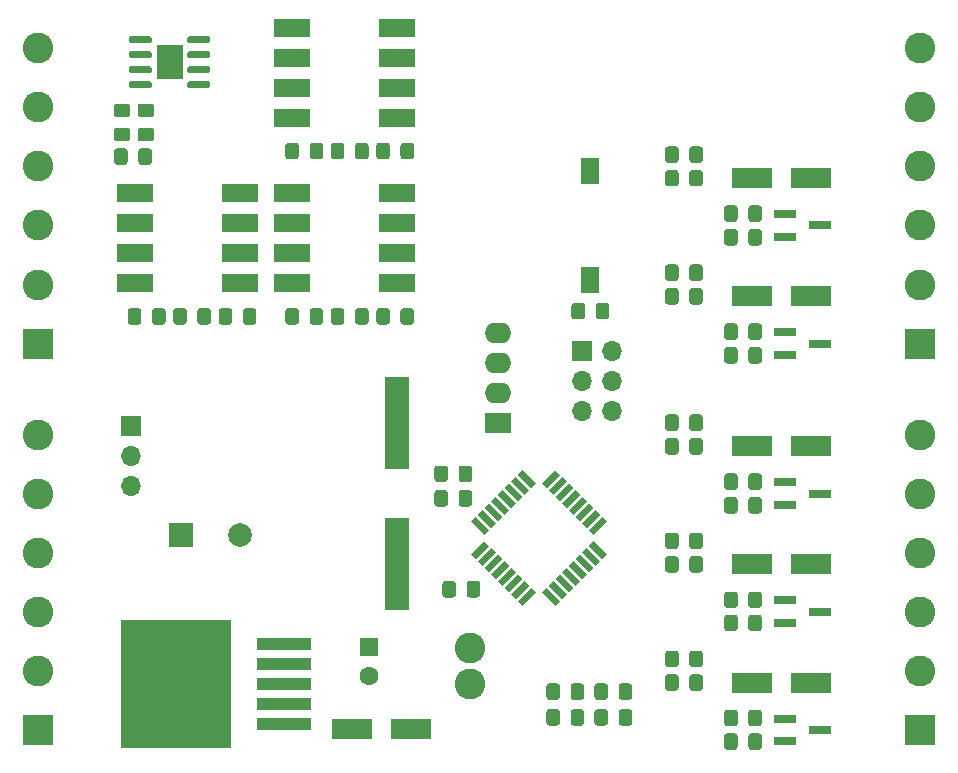
<source format=gbr>
%TF.GenerationSoftware,KiCad,Pcbnew,(5.1.8)-1*%
%TF.CreationDate,2021-05-16T23:23:04+02:00*%
%TF.ProjectId,Modbus,4d6f6462-7573-42e6-9b69-6361645f7063,rev?*%
%TF.SameCoordinates,Original*%
%TF.FileFunction,Soldermask,Top*%
%TF.FilePolarity,Negative*%
%FSLAX46Y46*%
G04 Gerber Fmt 4.6, Leading zero omitted, Abs format (unit mm)*
G04 Created by KiCad (PCBNEW (5.1.8)-1) date 2021-05-16 23:23:04*
%MOMM*%
%LPD*%
G01*
G04 APERTURE LIST*
%ADD10R,2.000000X2.000000*%
%ADD11C,2.000000*%
%ADD12R,1.600000X1.600000*%
%ADD13C,1.600000*%
%ADD14R,3.500000X1.800000*%
%ADD15C,2.600000*%
%ADD16R,2.600000X2.600000*%
%ADD17R,1.700000X1.700000*%
%ADD18O,1.700000X1.700000*%
%ADD19O,2.250000X1.750000*%
%ADD20R,2.250000X1.750000*%
%ADD21R,1.900000X0.800000*%
%ADD22R,1.600000X2.180000*%
%ADD23R,3.100000X1.600000*%
%ADD24R,2.290000X3.000000*%
%ADD25C,0.100000*%
%ADD26R,4.600000X1.100000*%
%ADD27R,9.400000X10.800000*%
%ADD28R,2.000000X7.875000*%
G04 APERTURE END LIST*
%TO.C,C1*%
G36*
G01*
X135725000Y-108649999D02*
X135725000Y-109550001D01*
G75*
G02*
X135475001Y-109800000I-249999J0D01*
G01*
X134824999Y-109800000D01*
G75*
G02*
X134575000Y-109550001I0J249999D01*
G01*
X134575000Y-108649999D01*
G75*
G02*
X134824999Y-108400000I249999J0D01*
G01*
X135475001Y-108400000D01*
G75*
G02*
X135725000Y-108649999I0J-249999D01*
G01*
G37*
G36*
G01*
X133675000Y-108649999D02*
X133675000Y-109550001D01*
G75*
G02*
X133425001Y-109800000I-249999J0D01*
G01*
X132774999Y-109800000D01*
G75*
G02*
X132525000Y-109550001I0J249999D01*
G01*
X132525000Y-108649999D01*
G75*
G02*
X132774999Y-108400000I249999J0D01*
G01*
X133425001Y-108400000D01*
G75*
G02*
X133675000Y-108649999I0J-249999D01*
G01*
G37*
%TD*%
%TO.C,C2*%
G36*
G01*
X133000000Y-98874999D02*
X133000000Y-99775001D01*
G75*
G02*
X132750001Y-100025000I-249999J0D01*
G01*
X132099999Y-100025000D01*
G75*
G02*
X131850000Y-99775001I0J249999D01*
G01*
X131850000Y-98874999D01*
G75*
G02*
X132099999Y-98625000I249999J0D01*
G01*
X132750001Y-98625000D01*
G75*
G02*
X133000000Y-98874999I0J-249999D01*
G01*
G37*
G36*
G01*
X135050000Y-98874999D02*
X135050000Y-99775001D01*
G75*
G02*
X134800001Y-100025000I-249999J0D01*
G01*
X134149999Y-100025000D01*
G75*
G02*
X133900000Y-99775001I0J249999D01*
G01*
X133900000Y-98874999D01*
G75*
G02*
X134149999Y-98625000I249999J0D01*
G01*
X134800001Y-98625000D01*
G75*
G02*
X135050000Y-98874999I0J-249999D01*
G01*
G37*
%TD*%
%TO.C,C3*%
G36*
G01*
X135050000Y-100949999D02*
X135050000Y-101850001D01*
G75*
G02*
X134800001Y-102100000I-249999J0D01*
G01*
X134149999Y-102100000D01*
G75*
G02*
X133900000Y-101850001I0J249999D01*
G01*
X133900000Y-100949999D01*
G75*
G02*
X134149999Y-100700000I249999J0D01*
G01*
X134800001Y-100700000D01*
G75*
G02*
X135050000Y-100949999I0J-249999D01*
G01*
G37*
G36*
G01*
X133000000Y-100949999D02*
X133000000Y-101850001D01*
G75*
G02*
X132750001Y-102100000I-249999J0D01*
G01*
X132099999Y-102100000D01*
G75*
G02*
X131850000Y-101850001I0J249999D01*
G01*
X131850000Y-100949999D01*
G75*
G02*
X132099999Y-100700000I249999J0D01*
G01*
X132750001Y-100700000D01*
G75*
G02*
X133000000Y-100949999I0J-249999D01*
G01*
G37*
%TD*%
%TO.C,C4*%
G36*
G01*
X107930000Y-86450001D02*
X107930000Y-85549999D01*
G75*
G02*
X108179999Y-85300000I249999J0D01*
G01*
X108830001Y-85300000D01*
G75*
G02*
X109080000Y-85549999I0J-249999D01*
G01*
X109080000Y-86450001D01*
G75*
G02*
X108830001Y-86700000I-249999J0D01*
G01*
X108179999Y-86700000D01*
G75*
G02*
X107930000Y-86450001I0J249999D01*
G01*
G37*
G36*
G01*
X105880000Y-86450001D02*
X105880000Y-85549999D01*
G75*
G02*
X106129999Y-85300000I249999J0D01*
G01*
X106780001Y-85300000D01*
G75*
G02*
X107030000Y-85549999I0J-249999D01*
G01*
X107030000Y-86450001D01*
G75*
G02*
X106780001Y-86700000I-249999J0D01*
G01*
X106129999Y-86700000D01*
G75*
G02*
X105880000Y-86450001I0J249999D01*
G01*
G37*
%TD*%
%TO.C,C5*%
G36*
G01*
X119225000Y-86450001D02*
X119225000Y-85549999D01*
G75*
G02*
X119474999Y-85300000I249999J0D01*
G01*
X120125001Y-85300000D01*
G75*
G02*
X120375000Y-85549999I0J-249999D01*
G01*
X120375000Y-86450001D01*
G75*
G02*
X120125001Y-86700000I-249999J0D01*
G01*
X119474999Y-86700000D01*
G75*
G02*
X119225000Y-86450001I0J249999D01*
G01*
G37*
G36*
G01*
X121275000Y-86450001D02*
X121275000Y-85549999D01*
G75*
G02*
X121524999Y-85300000I249999J0D01*
G01*
X122175001Y-85300000D01*
G75*
G02*
X122425000Y-85549999I0J-249999D01*
G01*
X122425000Y-86450001D01*
G75*
G02*
X122175001Y-86700000I-249999J0D01*
G01*
X121524999Y-86700000D01*
G75*
G02*
X121275000Y-86450001I0J249999D01*
G01*
G37*
%TD*%
%TO.C,C6*%
G36*
G01*
X121275000Y-72450001D02*
X121275000Y-71549999D01*
G75*
G02*
X121524999Y-71300000I249999J0D01*
G01*
X122175001Y-71300000D01*
G75*
G02*
X122425000Y-71549999I0J-249999D01*
G01*
X122425000Y-72450001D01*
G75*
G02*
X122175001Y-72700000I-249999J0D01*
G01*
X121524999Y-72700000D01*
G75*
G02*
X121275000Y-72450001I0J249999D01*
G01*
G37*
G36*
G01*
X119225000Y-72450001D02*
X119225000Y-71549999D01*
G75*
G02*
X119474999Y-71300000I249999J0D01*
G01*
X120125001Y-71300000D01*
G75*
G02*
X120375000Y-71549999I0J-249999D01*
G01*
X120375000Y-72450001D01*
G75*
G02*
X120125001Y-72700000I-249999J0D01*
G01*
X119474999Y-72700000D01*
G75*
G02*
X119225000Y-72450001I0J249999D01*
G01*
G37*
%TD*%
D10*
%TO.C,C7*%
X110350000Y-104500000D03*
D11*
X115350000Y-104500000D03*
%TD*%
D12*
%TO.C,C8*%
X126350000Y-113950000D03*
D13*
X126350000Y-116450000D03*
%TD*%
%TO.C,D1*%
G36*
G01*
X145400000Y-118225001D02*
X145400000Y-117324999D01*
G75*
G02*
X145649999Y-117075000I249999J0D01*
G01*
X146300001Y-117075000D01*
G75*
G02*
X146550000Y-117324999I0J-249999D01*
G01*
X146550000Y-118225001D01*
G75*
G02*
X146300001Y-118475000I-249999J0D01*
G01*
X145649999Y-118475000D01*
G75*
G02*
X145400000Y-118225001I0J249999D01*
G01*
G37*
G36*
G01*
X147450000Y-118225001D02*
X147450000Y-117324999D01*
G75*
G02*
X147699999Y-117075000I249999J0D01*
G01*
X148350001Y-117075000D01*
G75*
G02*
X148600000Y-117324999I0J-249999D01*
G01*
X148600000Y-118225001D01*
G75*
G02*
X148350001Y-118475000I-249999J0D01*
G01*
X147699999Y-118475000D01*
G75*
G02*
X147450000Y-118225001I0J249999D01*
G01*
G37*
%TD*%
D14*
%TO.C,D2*%
X124850000Y-120900000D03*
X129850000Y-120900000D03*
%TD*%
%TO.C,D3*%
G36*
G01*
X147450000Y-120400001D02*
X147450000Y-119499999D01*
G75*
G02*
X147699999Y-119250000I249999J0D01*
G01*
X148350001Y-119250000D01*
G75*
G02*
X148600000Y-119499999I0J-249999D01*
G01*
X148600000Y-120400001D01*
G75*
G02*
X148350001Y-120650000I-249999J0D01*
G01*
X147699999Y-120650000D01*
G75*
G02*
X147450000Y-120400001I0J249999D01*
G01*
G37*
G36*
G01*
X145400000Y-120400001D02*
X145400000Y-119499999D01*
G75*
G02*
X145649999Y-119250000I249999J0D01*
G01*
X146300001Y-119250000D01*
G75*
G02*
X146550000Y-119499999I0J-249999D01*
G01*
X146550000Y-120400001D01*
G75*
G02*
X146300001Y-120650000I-249999J0D01*
G01*
X145649999Y-120650000D01*
G75*
G02*
X145400000Y-120400001I0J249999D01*
G01*
G37*
%TD*%
%TO.C,D4*%
X163700000Y-117000000D03*
X158700000Y-117000000D03*
%TD*%
%TO.C,D5*%
X158700000Y-97000000D03*
X163700000Y-97000000D03*
%TD*%
%TO.C,D6*%
X163700000Y-74300000D03*
X158700000Y-74300000D03*
%TD*%
%TO.C,D7*%
X158700000Y-107000000D03*
X163700000Y-107000000D03*
%TD*%
%TO.C,D8*%
X163700000Y-84300000D03*
X158700000Y-84300000D03*
%TD*%
D15*
%TO.C,J1*%
X173000000Y-96000000D03*
X173000000Y-101000000D03*
X173000000Y-106000000D03*
X173000000Y-111000000D03*
X173000000Y-116000000D03*
D16*
X173000000Y-121000000D03*
%TD*%
%TO.C,J2*%
X173000000Y-88300000D03*
D15*
X173000000Y-83300000D03*
X173000000Y-78300000D03*
X173000000Y-73300000D03*
X173000000Y-68300000D03*
X173000000Y-63300000D03*
%TD*%
%TO.C,J3*%
X98300000Y-96000000D03*
X98300000Y-101000000D03*
X98300000Y-106000000D03*
X98300000Y-111000000D03*
X98300000Y-116000000D03*
D16*
X98300000Y-121000000D03*
%TD*%
D17*
%TO.C,ICSP*%
X144310000Y-88910000D03*
D18*
X146850000Y-88910000D03*
X144310000Y-91450000D03*
X146850000Y-91450000D03*
X144310000Y-93990000D03*
X146850000Y-93990000D03*
%TD*%
D17*
%TO.C,J5*%
X106150000Y-95270000D03*
D18*
X106150000Y-97810000D03*
X106150000Y-100350000D03*
%TD*%
D16*
%TO.C,J6*%
X98300000Y-88300000D03*
D15*
X98300000Y-83300000D03*
X98300000Y-78300000D03*
X98300000Y-73300000D03*
X98300000Y-68300000D03*
X98300000Y-63300000D03*
%TD*%
%TO.C,L1*%
X134900000Y-117100000D03*
X134900000Y-114100000D03*
%TD*%
D19*
%TO.C,PS1*%
X137200000Y-87430000D03*
X137200000Y-89970000D03*
X137200000Y-92510000D03*
D20*
X137200000Y-95050000D03*
%TD*%
D21*
%TO.C,Q1*%
X164500000Y-101000000D03*
X161500000Y-101950000D03*
X161500000Y-100050000D03*
%TD*%
%TO.C,Q2*%
X161500000Y-120050000D03*
X161500000Y-121950000D03*
X164500000Y-121000000D03*
%TD*%
%TO.C,Q3*%
X164500000Y-111000000D03*
X161500000Y-111950000D03*
X161500000Y-110050000D03*
%TD*%
%TO.C,Q4*%
X161500000Y-87350000D03*
X161500000Y-89250000D03*
X164500000Y-88300000D03*
%TD*%
%TO.C,Q5*%
X161500000Y-77350000D03*
X161500000Y-79250000D03*
X164500000Y-78300000D03*
%TD*%
%TO.C,R1*%
G36*
G01*
X111780000Y-86450001D02*
X111780000Y-85549999D01*
G75*
G02*
X112029999Y-85300000I249999J0D01*
G01*
X112680001Y-85300000D01*
G75*
G02*
X112930000Y-85549999I0J-249999D01*
G01*
X112930000Y-86450001D01*
G75*
G02*
X112680001Y-86700000I-249999J0D01*
G01*
X112029999Y-86700000D01*
G75*
G02*
X111780000Y-86450001I0J249999D01*
G01*
G37*
G36*
G01*
X109730000Y-86450001D02*
X109730000Y-85549999D01*
G75*
G02*
X109979999Y-85300000I249999J0D01*
G01*
X110630001Y-85300000D01*
G75*
G02*
X110880000Y-85549999I0J-249999D01*
G01*
X110880000Y-86450001D01*
G75*
G02*
X110630001Y-86700000I-249999J0D01*
G01*
X109979999Y-86700000D01*
G75*
G02*
X109730000Y-86450001I0J249999D01*
G01*
G37*
%TD*%
%TO.C,R2*%
G36*
G01*
X128975000Y-86450001D02*
X128975000Y-85549999D01*
G75*
G02*
X129224999Y-85300000I249999J0D01*
G01*
X129875001Y-85300000D01*
G75*
G02*
X130125000Y-85549999I0J-249999D01*
G01*
X130125000Y-86450001D01*
G75*
G02*
X129875001Y-86700000I-249999J0D01*
G01*
X129224999Y-86700000D01*
G75*
G02*
X128975000Y-86450001I0J249999D01*
G01*
G37*
G36*
G01*
X126925000Y-86450001D02*
X126925000Y-85549999D01*
G75*
G02*
X127174999Y-85300000I249999J0D01*
G01*
X127825001Y-85300000D01*
G75*
G02*
X128075000Y-85549999I0J-249999D01*
G01*
X128075000Y-86450001D01*
G75*
G02*
X127825001Y-86700000I-249999J0D01*
G01*
X127174999Y-86700000D01*
G75*
G02*
X126925000Y-86450001I0J249999D01*
G01*
G37*
%TD*%
%TO.C,R3*%
G36*
G01*
X126925000Y-72450001D02*
X126925000Y-71549999D01*
G75*
G02*
X127174999Y-71300000I249999J0D01*
G01*
X127825001Y-71300000D01*
G75*
G02*
X128075000Y-71549999I0J-249999D01*
G01*
X128075000Y-72450001D01*
G75*
G02*
X127825001Y-72700000I-249999J0D01*
G01*
X127174999Y-72700000D01*
G75*
G02*
X126925000Y-72450001I0J249999D01*
G01*
G37*
G36*
G01*
X128975000Y-72450001D02*
X128975000Y-71549999D01*
G75*
G02*
X129224999Y-71300000I249999J0D01*
G01*
X129875001Y-71300000D01*
G75*
G02*
X130125000Y-71549999I0J-249999D01*
G01*
X130125000Y-72450001D01*
G75*
G02*
X129875001Y-72700000I-249999J0D01*
G01*
X129224999Y-72700000D01*
G75*
G02*
X128975000Y-72450001I0J249999D01*
G01*
G37*
%TD*%
%TO.C,R4*%
G36*
G01*
X116780000Y-85549999D02*
X116780000Y-86450001D01*
G75*
G02*
X116530001Y-86700000I-249999J0D01*
G01*
X115879999Y-86700000D01*
G75*
G02*
X115630000Y-86450001I0J249999D01*
G01*
X115630000Y-85549999D01*
G75*
G02*
X115879999Y-85300000I249999J0D01*
G01*
X116530001Y-85300000D01*
G75*
G02*
X116780000Y-85549999I0J-249999D01*
G01*
G37*
G36*
G01*
X114730000Y-85549999D02*
X114730000Y-86450001D01*
G75*
G02*
X114480001Y-86700000I-249999J0D01*
G01*
X113829999Y-86700000D01*
G75*
G02*
X113580000Y-86450001I0J249999D01*
G01*
X113580000Y-85549999D01*
G75*
G02*
X113829999Y-85300000I249999J0D01*
G01*
X114480001Y-85300000D01*
G75*
G02*
X114730000Y-85549999I0J-249999D01*
G01*
G37*
%TD*%
%TO.C,R5*%
G36*
G01*
X124225000Y-85549999D02*
X124225000Y-86450001D01*
G75*
G02*
X123975001Y-86700000I-249999J0D01*
G01*
X123324999Y-86700000D01*
G75*
G02*
X123075000Y-86450001I0J249999D01*
G01*
X123075000Y-85549999D01*
G75*
G02*
X123324999Y-85300000I249999J0D01*
G01*
X123975001Y-85300000D01*
G75*
G02*
X124225000Y-85549999I0J-249999D01*
G01*
G37*
G36*
G01*
X126275000Y-85549999D02*
X126275000Y-86450001D01*
G75*
G02*
X126025001Y-86700000I-249999J0D01*
G01*
X125374999Y-86700000D01*
G75*
G02*
X125125000Y-86450001I0J249999D01*
G01*
X125125000Y-85549999D01*
G75*
G02*
X125374999Y-85300000I249999J0D01*
G01*
X126025001Y-85300000D01*
G75*
G02*
X126275000Y-85549999I0J-249999D01*
G01*
G37*
%TD*%
%TO.C,R6*%
G36*
G01*
X126275000Y-71549999D02*
X126275000Y-72450001D01*
G75*
G02*
X126025001Y-72700000I-249999J0D01*
G01*
X125374999Y-72700000D01*
G75*
G02*
X125125000Y-72450001I0J249999D01*
G01*
X125125000Y-71549999D01*
G75*
G02*
X125374999Y-71300000I249999J0D01*
G01*
X126025001Y-71300000D01*
G75*
G02*
X126275000Y-71549999I0J-249999D01*
G01*
G37*
G36*
G01*
X124225000Y-71549999D02*
X124225000Y-72450001D01*
G75*
G02*
X123975001Y-72700000I-249999J0D01*
G01*
X123324999Y-72700000D01*
G75*
G02*
X123075000Y-72450001I0J249999D01*
G01*
X123075000Y-71549999D01*
G75*
G02*
X123324999Y-71300000I249999J0D01*
G01*
X123975001Y-71300000D01*
G75*
G02*
X124225000Y-71549999I0J-249999D01*
G01*
G37*
%TD*%
%TO.C,R7*%
G36*
G01*
X106969999Y-70035000D02*
X107870001Y-70035000D01*
G75*
G02*
X108120000Y-70284999I0J-249999D01*
G01*
X108120000Y-70935001D01*
G75*
G02*
X107870001Y-71185000I-249999J0D01*
G01*
X106969999Y-71185000D01*
G75*
G02*
X106720000Y-70935001I0J249999D01*
G01*
X106720000Y-70284999D01*
G75*
G02*
X106969999Y-70035000I249999J0D01*
G01*
G37*
G36*
G01*
X106969999Y-67985000D02*
X107870001Y-67985000D01*
G75*
G02*
X108120000Y-68234999I0J-249999D01*
G01*
X108120000Y-68885001D01*
G75*
G02*
X107870001Y-69135000I-249999J0D01*
G01*
X106969999Y-69135000D01*
G75*
G02*
X106720000Y-68885001I0J249999D01*
G01*
X106720000Y-68234999D01*
G75*
G02*
X106969999Y-67985000I249999J0D01*
G01*
G37*
%TD*%
%TO.C,R8*%
G36*
G01*
X105850001Y-71175000D02*
X104949999Y-71175000D01*
G75*
G02*
X104700000Y-70925001I0J249999D01*
G01*
X104700000Y-70274999D01*
G75*
G02*
X104949999Y-70025000I249999J0D01*
G01*
X105850001Y-70025000D01*
G75*
G02*
X106100000Y-70274999I0J-249999D01*
G01*
X106100000Y-70925001D01*
G75*
G02*
X105850001Y-71175000I-249999J0D01*
G01*
G37*
G36*
G01*
X105850001Y-69125000D02*
X104949999Y-69125000D01*
G75*
G02*
X104700000Y-68875001I0J249999D01*
G01*
X104700000Y-68224999D01*
G75*
G02*
X104949999Y-67975000I249999J0D01*
G01*
X105850001Y-67975000D01*
G75*
G02*
X106100000Y-68224999I0J-249999D01*
G01*
X106100000Y-68875001D01*
G75*
G02*
X105850001Y-69125000I-249999J0D01*
G01*
G37*
%TD*%
%TO.C,R9*%
G36*
G01*
X107925000Y-72019999D02*
X107925000Y-72920001D01*
G75*
G02*
X107675001Y-73170000I-249999J0D01*
G01*
X107024999Y-73170000D01*
G75*
G02*
X106775000Y-72920001I0J249999D01*
G01*
X106775000Y-72019999D01*
G75*
G02*
X107024999Y-71770000I249999J0D01*
G01*
X107675001Y-71770000D01*
G75*
G02*
X107925000Y-72019999I0J-249999D01*
G01*
G37*
G36*
G01*
X105875000Y-72019999D02*
X105875000Y-72920001D01*
G75*
G02*
X105625001Y-73170000I-249999J0D01*
G01*
X104974999Y-73170000D01*
G75*
G02*
X104725000Y-72920001I0J249999D01*
G01*
X104725000Y-72019999D01*
G75*
G02*
X104974999Y-71770000I249999J0D01*
G01*
X105625001Y-71770000D01*
G75*
G02*
X105875000Y-72019999I0J-249999D01*
G01*
G37*
%TD*%
%TO.C,R10*%
G36*
G01*
X141325000Y-118225001D02*
X141325000Y-117324999D01*
G75*
G02*
X141574999Y-117075000I249999J0D01*
G01*
X142225001Y-117075000D01*
G75*
G02*
X142475000Y-117324999I0J-249999D01*
G01*
X142475000Y-118225001D01*
G75*
G02*
X142225001Y-118475000I-249999J0D01*
G01*
X141574999Y-118475000D01*
G75*
G02*
X141325000Y-118225001I0J249999D01*
G01*
G37*
G36*
G01*
X143375000Y-118225001D02*
X143375000Y-117324999D01*
G75*
G02*
X143624999Y-117075000I249999J0D01*
G01*
X144275001Y-117075000D01*
G75*
G02*
X144525000Y-117324999I0J-249999D01*
G01*
X144525000Y-118225001D01*
G75*
G02*
X144275001Y-118475000I-249999J0D01*
G01*
X143624999Y-118475000D01*
G75*
G02*
X143375000Y-118225001I0J249999D01*
G01*
G37*
%TD*%
%TO.C,R11*%
G36*
G01*
X144600000Y-85099999D02*
X144600000Y-86000001D01*
G75*
G02*
X144350001Y-86250000I-249999J0D01*
G01*
X143699999Y-86250000D01*
G75*
G02*
X143450000Y-86000001I0J249999D01*
G01*
X143450000Y-85099999D01*
G75*
G02*
X143699999Y-84850000I249999J0D01*
G01*
X144350001Y-84850000D01*
G75*
G02*
X144600000Y-85099999I0J-249999D01*
G01*
G37*
G36*
G01*
X146650000Y-85099999D02*
X146650000Y-86000001D01*
G75*
G02*
X146400001Y-86250000I-249999J0D01*
G01*
X145749999Y-86250000D01*
G75*
G02*
X145500000Y-86000001I0J249999D01*
G01*
X145500000Y-85099999D01*
G75*
G02*
X145749999Y-84850000I249999J0D01*
G01*
X146400001Y-84850000D01*
G75*
G02*
X146650000Y-85099999I0J-249999D01*
G01*
G37*
%TD*%
%TO.C,R12*%
G36*
G01*
X152525000Y-94549999D02*
X152525000Y-95450001D01*
G75*
G02*
X152275001Y-95700000I-249999J0D01*
G01*
X151624999Y-95700000D01*
G75*
G02*
X151375000Y-95450001I0J249999D01*
G01*
X151375000Y-94549999D01*
G75*
G02*
X151624999Y-94300000I249999J0D01*
G01*
X152275001Y-94300000D01*
G75*
G02*
X152525000Y-94549999I0J-249999D01*
G01*
G37*
G36*
G01*
X154575000Y-94549999D02*
X154575000Y-95450001D01*
G75*
G02*
X154325001Y-95700000I-249999J0D01*
G01*
X153674999Y-95700000D01*
G75*
G02*
X153425000Y-95450001I0J249999D01*
G01*
X153425000Y-94549999D01*
G75*
G02*
X153674999Y-94300000I249999J0D01*
G01*
X154325001Y-94300000D01*
G75*
G02*
X154575000Y-94549999I0J-249999D01*
G01*
G37*
%TD*%
%TO.C,R13*%
G36*
G01*
X151375000Y-97450001D02*
X151375000Y-96549999D01*
G75*
G02*
X151624999Y-96300000I249999J0D01*
G01*
X152275001Y-96300000D01*
G75*
G02*
X152525000Y-96549999I0J-249999D01*
G01*
X152525000Y-97450001D01*
G75*
G02*
X152275001Y-97700000I-249999J0D01*
G01*
X151624999Y-97700000D01*
G75*
G02*
X151375000Y-97450001I0J249999D01*
G01*
G37*
G36*
G01*
X153425000Y-97450001D02*
X153425000Y-96549999D01*
G75*
G02*
X153674999Y-96300000I249999J0D01*
G01*
X154325001Y-96300000D01*
G75*
G02*
X154575000Y-96549999I0J-249999D01*
G01*
X154575000Y-97450001D01*
G75*
G02*
X154325001Y-97700000I-249999J0D01*
G01*
X153674999Y-97700000D01*
G75*
G02*
X153425000Y-97450001I0J249999D01*
G01*
G37*
%TD*%
%TO.C,R14*%
G36*
G01*
X152525000Y-114549999D02*
X152525000Y-115450001D01*
G75*
G02*
X152275001Y-115700000I-249999J0D01*
G01*
X151624999Y-115700000D01*
G75*
G02*
X151375000Y-115450001I0J249999D01*
G01*
X151375000Y-114549999D01*
G75*
G02*
X151624999Y-114300000I249999J0D01*
G01*
X152275001Y-114300000D01*
G75*
G02*
X152525000Y-114549999I0J-249999D01*
G01*
G37*
G36*
G01*
X154575000Y-114549999D02*
X154575000Y-115450001D01*
G75*
G02*
X154325001Y-115700000I-249999J0D01*
G01*
X153674999Y-115700000D01*
G75*
G02*
X153425000Y-115450001I0J249999D01*
G01*
X153425000Y-114549999D01*
G75*
G02*
X153674999Y-114300000I249999J0D01*
G01*
X154325001Y-114300000D01*
G75*
G02*
X154575000Y-114549999I0J-249999D01*
G01*
G37*
%TD*%
%TO.C,R15*%
G36*
G01*
X151375000Y-117450001D02*
X151375000Y-116549999D01*
G75*
G02*
X151624999Y-116300000I249999J0D01*
G01*
X152275001Y-116300000D01*
G75*
G02*
X152525000Y-116549999I0J-249999D01*
G01*
X152525000Y-117450001D01*
G75*
G02*
X152275001Y-117700000I-249999J0D01*
G01*
X151624999Y-117700000D01*
G75*
G02*
X151375000Y-117450001I0J249999D01*
G01*
G37*
G36*
G01*
X153425000Y-117450001D02*
X153425000Y-116549999D01*
G75*
G02*
X153674999Y-116300000I249999J0D01*
G01*
X154325001Y-116300000D01*
G75*
G02*
X154575000Y-116549999I0J-249999D01*
G01*
X154575000Y-117450001D01*
G75*
G02*
X154325001Y-117700000I-249999J0D01*
G01*
X153674999Y-117700000D01*
G75*
G02*
X153425000Y-117450001I0J249999D01*
G01*
G37*
%TD*%
%TO.C,R16*%
G36*
G01*
X152525000Y-104549999D02*
X152525000Y-105450001D01*
G75*
G02*
X152275001Y-105700000I-249999J0D01*
G01*
X151624999Y-105700000D01*
G75*
G02*
X151375000Y-105450001I0J249999D01*
G01*
X151375000Y-104549999D01*
G75*
G02*
X151624999Y-104300000I249999J0D01*
G01*
X152275001Y-104300000D01*
G75*
G02*
X152525000Y-104549999I0J-249999D01*
G01*
G37*
G36*
G01*
X154575000Y-104549999D02*
X154575000Y-105450001D01*
G75*
G02*
X154325001Y-105700000I-249999J0D01*
G01*
X153674999Y-105700000D01*
G75*
G02*
X153425000Y-105450001I0J249999D01*
G01*
X153425000Y-104549999D01*
G75*
G02*
X153674999Y-104300000I249999J0D01*
G01*
X154325001Y-104300000D01*
G75*
G02*
X154575000Y-104549999I0J-249999D01*
G01*
G37*
%TD*%
%TO.C,R17*%
G36*
G01*
X151375000Y-107450001D02*
X151375000Y-106549999D01*
G75*
G02*
X151624999Y-106300000I249999J0D01*
G01*
X152275001Y-106300000D01*
G75*
G02*
X152525000Y-106549999I0J-249999D01*
G01*
X152525000Y-107450001D01*
G75*
G02*
X152275001Y-107700000I-249999J0D01*
G01*
X151624999Y-107700000D01*
G75*
G02*
X151375000Y-107450001I0J249999D01*
G01*
G37*
G36*
G01*
X153425000Y-107450001D02*
X153425000Y-106549999D01*
G75*
G02*
X153674999Y-106300000I249999J0D01*
G01*
X154325001Y-106300000D01*
G75*
G02*
X154575000Y-106549999I0J-249999D01*
G01*
X154575000Y-107450001D01*
G75*
G02*
X154325001Y-107700000I-249999J0D01*
G01*
X153674999Y-107700000D01*
G75*
G02*
X153425000Y-107450001I0J249999D01*
G01*
G37*
%TD*%
%TO.C,R18*%
G36*
G01*
X152525000Y-81849999D02*
X152525000Y-82750001D01*
G75*
G02*
X152275001Y-83000000I-249999J0D01*
G01*
X151624999Y-83000000D01*
G75*
G02*
X151375000Y-82750001I0J249999D01*
G01*
X151375000Y-81849999D01*
G75*
G02*
X151624999Y-81600000I249999J0D01*
G01*
X152275001Y-81600000D01*
G75*
G02*
X152525000Y-81849999I0J-249999D01*
G01*
G37*
G36*
G01*
X154575000Y-81849999D02*
X154575000Y-82750001D01*
G75*
G02*
X154325001Y-83000000I-249999J0D01*
G01*
X153674999Y-83000000D01*
G75*
G02*
X153425000Y-82750001I0J249999D01*
G01*
X153425000Y-81849999D01*
G75*
G02*
X153674999Y-81600000I249999J0D01*
G01*
X154325001Y-81600000D01*
G75*
G02*
X154575000Y-81849999I0J-249999D01*
G01*
G37*
%TD*%
%TO.C,R19*%
G36*
G01*
X151375000Y-84750001D02*
X151375000Y-83849999D01*
G75*
G02*
X151624999Y-83600000I249999J0D01*
G01*
X152275001Y-83600000D01*
G75*
G02*
X152525000Y-83849999I0J-249999D01*
G01*
X152525000Y-84750001D01*
G75*
G02*
X152275001Y-85000000I-249999J0D01*
G01*
X151624999Y-85000000D01*
G75*
G02*
X151375000Y-84750001I0J249999D01*
G01*
G37*
G36*
G01*
X153425000Y-84750001D02*
X153425000Y-83849999D01*
G75*
G02*
X153674999Y-83600000I249999J0D01*
G01*
X154325001Y-83600000D01*
G75*
G02*
X154575000Y-83849999I0J-249999D01*
G01*
X154575000Y-84750001D01*
G75*
G02*
X154325001Y-85000000I-249999J0D01*
G01*
X153674999Y-85000000D01*
G75*
G02*
X153425000Y-84750001I0J249999D01*
G01*
G37*
%TD*%
%TO.C,R20*%
G36*
G01*
X141325000Y-120400001D02*
X141325000Y-119499999D01*
G75*
G02*
X141574999Y-119250000I249999J0D01*
G01*
X142225001Y-119250000D01*
G75*
G02*
X142475000Y-119499999I0J-249999D01*
G01*
X142475000Y-120400001D01*
G75*
G02*
X142225001Y-120650000I-249999J0D01*
G01*
X141574999Y-120650000D01*
G75*
G02*
X141325000Y-120400001I0J249999D01*
G01*
G37*
G36*
G01*
X143375000Y-120400001D02*
X143375000Y-119499999D01*
G75*
G02*
X143624999Y-119250000I249999J0D01*
G01*
X144275001Y-119250000D01*
G75*
G02*
X144525000Y-119499999I0J-249999D01*
G01*
X144525000Y-120400001D01*
G75*
G02*
X144275001Y-120650000I-249999J0D01*
G01*
X143624999Y-120650000D01*
G75*
G02*
X143375000Y-120400001I0J249999D01*
G01*
G37*
%TD*%
%TO.C,R21*%
G36*
G01*
X157525000Y-119549999D02*
X157525000Y-120450001D01*
G75*
G02*
X157275001Y-120700000I-249999J0D01*
G01*
X156624999Y-120700000D01*
G75*
G02*
X156375000Y-120450001I0J249999D01*
G01*
X156375000Y-119549999D01*
G75*
G02*
X156624999Y-119300000I249999J0D01*
G01*
X157275001Y-119300000D01*
G75*
G02*
X157525000Y-119549999I0J-249999D01*
G01*
G37*
G36*
G01*
X159575000Y-119549999D02*
X159575000Y-120450001D01*
G75*
G02*
X159325001Y-120700000I-249999J0D01*
G01*
X158674999Y-120700000D01*
G75*
G02*
X158425000Y-120450001I0J249999D01*
G01*
X158425000Y-119549999D01*
G75*
G02*
X158674999Y-119300000I249999J0D01*
G01*
X159325001Y-119300000D01*
G75*
G02*
X159575000Y-119549999I0J-249999D01*
G01*
G37*
%TD*%
%TO.C,R22*%
G36*
G01*
X157525000Y-99549999D02*
X157525000Y-100450001D01*
G75*
G02*
X157275001Y-100700000I-249999J0D01*
G01*
X156624999Y-100700000D01*
G75*
G02*
X156375000Y-100450001I0J249999D01*
G01*
X156375000Y-99549999D01*
G75*
G02*
X156624999Y-99300000I249999J0D01*
G01*
X157275001Y-99300000D01*
G75*
G02*
X157525000Y-99549999I0J-249999D01*
G01*
G37*
G36*
G01*
X159575000Y-99549999D02*
X159575000Y-100450001D01*
G75*
G02*
X159325001Y-100700000I-249999J0D01*
G01*
X158674999Y-100700000D01*
G75*
G02*
X158425000Y-100450001I0J249999D01*
G01*
X158425000Y-99549999D01*
G75*
G02*
X158674999Y-99300000I249999J0D01*
G01*
X159325001Y-99300000D01*
G75*
G02*
X159575000Y-99549999I0J-249999D01*
G01*
G37*
%TD*%
%TO.C,R23*%
G36*
G01*
X159575000Y-76849999D02*
X159575000Y-77750001D01*
G75*
G02*
X159325001Y-78000000I-249999J0D01*
G01*
X158674999Y-78000000D01*
G75*
G02*
X158425000Y-77750001I0J249999D01*
G01*
X158425000Y-76849999D01*
G75*
G02*
X158674999Y-76600000I249999J0D01*
G01*
X159325001Y-76600000D01*
G75*
G02*
X159575000Y-76849999I0J-249999D01*
G01*
G37*
G36*
G01*
X157525000Y-76849999D02*
X157525000Y-77750001D01*
G75*
G02*
X157275001Y-78000000I-249999J0D01*
G01*
X156624999Y-78000000D01*
G75*
G02*
X156375000Y-77750001I0J249999D01*
G01*
X156375000Y-76849999D01*
G75*
G02*
X156624999Y-76600000I249999J0D01*
G01*
X157275001Y-76600000D01*
G75*
G02*
X157525000Y-76849999I0J-249999D01*
G01*
G37*
%TD*%
%TO.C,R24*%
G36*
G01*
X156375000Y-122450001D02*
X156375000Y-121549999D01*
G75*
G02*
X156624999Y-121300000I249999J0D01*
G01*
X157275001Y-121300000D01*
G75*
G02*
X157525000Y-121549999I0J-249999D01*
G01*
X157525000Y-122450001D01*
G75*
G02*
X157275001Y-122700000I-249999J0D01*
G01*
X156624999Y-122700000D01*
G75*
G02*
X156375000Y-122450001I0J249999D01*
G01*
G37*
G36*
G01*
X158425000Y-122450001D02*
X158425000Y-121549999D01*
G75*
G02*
X158674999Y-121300000I249999J0D01*
G01*
X159325001Y-121300000D01*
G75*
G02*
X159575000Y-121549999I0J-249999D01*
G01*
X159575000Y-122450001D01*
G75*
G02*
X159325001Y-122700000I-249999J0D01*
G01*
X158674999Y-122700000D01*
G75*
G02*
X158425000Y-122450001I0J249999D01*
G01*
G37*
%TD*%
%TO.C,R25*%
G36*
G01*
X158425000Y-102450001D02*
X158425000Y-101549999D01*
G75*
G02*
X158674999Y-101300000I249999J0D01*
G01*
X159325001Y-101300000D01*
G75*
G02*
X159575000Y-101549999I0J-249999D01*
G01*
X159575000Y-102450001D01*
G75*
G02*
X159325001Y-102700000I-249999J0D01*
G01*
X158674999Y-102700000D01*
G75*
G02*
X158425000Y-102450001I0J249999D01*
G01*
G37*
G36*
G01*
X156375000Y-102450001D02*
X156375000Y-101549999D01*
G75*
G02*
X156624999Y-101300000I249999J0D01*
G01*
X157275001Y-101300000D01*
G75*
G02*
X157525000Y-101549999I0J-249999D01*
G01*
X157525000Y-102450001D01*
G75*
G02*
X157275001Y-102700000I-249999J0D01*
G01*
X156624999Y-102700000D01*
G75*
G02*
X156375000Y-102450001I0J249999D01*
G01*
G37*
%TD*%
%TO.C,R26*%
G36*
G01*
X156375000Y-79750001D02*
X156375000Y-78849999D01*
G75*
G02*
X156624999Y-78600000I249999J0D01*
G01*
X157275001Y-78600000D01*
G75*
G02*
X157525000Y-78849999I0J-249999D01*
G01*
X157525000Y-79750001D01*
G75*
G02*
X157275001Y-80000000I-249999J0D01*
G01*
X156624999Y-80000000D01*
G75*
G02*
X156375000Y-79750001I0J249999D01*
G01*
G37*
G36*
G01*
X158425000Y-79750001D02*
X158425000Y-78849999D01*
G75*
G02*
X158674999Y-78600000I249999J0D01*
G01*
X159325001Y-78600000D01*
G75*
G02*
X159575000Y-78849999I0J-249999D01*
G01*
X159575000Y-79750001D01*
G75*
G02*
X159325001Y-80000000I-249999J0D01*
G01*
X158674999Y-80000000D01*
G75*
G02*
X158425000Y-79750001I0J249999D01*
G01*
G37*
%TD*%
%TO.C,R27*%
G36*
G01*
X152525000Y-71849999D02*
X152525000Y-72750001D01*
G75*
G02*
X152275001Y-73000000I-249999J0D01*
G01*
X151624999Y-73000000D01*
G75*
G02*
X151375000Y-72750001I0J249999D01*
G01*
X151375000Y-71849999D01*
G75*
G02*
X151624999Y-71600000I249999J0D01*
G01*
X152275001Y-71600000D01*
G75*
G02*
X152525000Y-71849999I0J-249999D01*
G01*
G37*
G36*
G01*
X154575000Y-71849999D02*
X154575000Y-72750001D01*
G75*
G02*
X154325001Y-73000000I-249999J0D01*
G01*
X153674999Y-73000000D01*
G75*
G02*
X153425000Y-72750001I0J249999D01*
G01*
X153425000Y-71849999D01*
G75*
G02*
X153674999Y-71600000I249999J0D01*
G01*
X154325001Y-71600000D01*
G75*
G02*
X154575000Y-71849999I0J-249999D01*
G01*
G37*
%TD*%
%TO.C,R28*%
G36*
G01*
X151375000Y-74750001D02*
X151375000Y-73849999D01*
G75*
G02*
X151624999Y-73600000I249999J0D01*
G01*
X152275001Y-73600000D01*
G75*
G02*
X152525000Y-73849999I0J-249999D01*
G01*
X152525000Y-74750001D01*
G75*
G02*
X152275001Y-75000000I-249999J0D01*
G01*
X151624999Y-75000000D01*
G75*
G02*
X151375000Y-74750001I0J249999D01*
G01*
G37*
G36*
G01*
X153425000Y-74750001D02*
X153425000Y-73849999D01*
G75*
G02*
X153674999Y-73600000I249999J0D01*
G01*
X154325001Y-73600000D01*
G75*
G02*
X154575000Y-73849999I0J-249999D01*
G01*
X154575000Y-74750001D01*
G75*
G02*
X154325001Y-75000000I-249999J0D01*
G01*
X153674999Y-75000000D01*
G75*
G02*
X153425000Y-74750001I0J249999D01*
G01*
G37*
%TD*%
%TO.C,R29*%
G36*
G01*
X159575000Y-109549999D02*
X159575000Y-110450001D01*
G75*
G02*
X159325001Y-110700000I-249999J0D01*
G01*
X158674999Y-110700000D01*
G75*
G02*
X158425000Y-110450001I0J249999D01*
G01*
X158425000Y-109549999D01*
G75*
G02*
X158674999Y-109300000I249999J0D01*
G01*
X159325001Y-109300000D01*
G75*
G02*
X159575000Y-109549999I0J-249999D01*
G01*
G37*
G36*
G01*
X157525000Y-109549999D02*
X157525000Y-110450001D01*
G75*
G02*
X157275001Y-110700000I-249999J0D01*
G01*
X156624999Y-110700000D01*
G75*
G02*
X156375000Y-110450001I0J249999D01*
G01*
X156375000Y-109549999D01*
G75*
G02*
X156624999Y-109300000I249999J0D01*
G01*
X157275001Y-109300000D01*
G75*
G02*
X157525000Y-109549999I0J-249999D01*
G01*
G37*
%TD*%
%TO.C,R30*%
G36*
G01*
X157525000Y-86849999D02*
X157525000Y-87750001D01*
G75*
G02*
X157275001Y-88000000I-249999J0D01*
G01*
X156624999Y-88000000D01*
G75*
G02*
X156375000Y-87750001I0J249999D01*
G01*
X156375000Y-86849999D01*
G75*
G02*
X156624999Y-86600000I249999J0D01*
G01*
X157275001Y-86600000D01*
G75*
G02*
X157525000Y-86849999I0J-249999D01*
G01*
G37*
G36*
G01*
X159575000Y-86849999D02*
X159575000Y-87750001D01*
G75*
G02*
X159325001Y-88000000I-249999J0D01*
G01*
X158674999Y-88000000D01*
G75*
G02*
X158425000Y-87750001I0J249999D01*
G01*
X158425000Y-86849999D01*
G75*
G02*
X158674999Y-86600000I249999J0D01*
G01*
X159325001Y-86600000D01*
G75*
G02*
X159575000Y-86849999I0J-249999D01*
G01*
G37*
%TD*%
%TO.C,R31*%
G36*
G01*
X158425000Y-112400001D02*
X158425000Y-111499999D01*
G75*
G02*
X158674999Y-111250000I249999J0D01*
G01*
X159325001Y-111250000D01*
G75*
G02*
X159575000Y-111499999I0J-249999D01*
G01*
X159575000Y-112400001D01*
G75*
G02*
X159325001Y-112650000I-249999J0D01*
G01*
X158674999Y-112650000D01*
G75*
G02*
X158425000Y-112400001I0J249999D01*
G01*
G37*
G36*
G01*
X156375000Y-112400001D02*
X156375000Y-111499999D01*
G75*
G02*
X156624999Y-111250000I249999J0D01*
G01*
X157275001Y-111250000D01*
G75*
G02*
X157525000Y-111499999I0J-249999D01*
G01*
X157525000Y-112400001D01*
G75*
G02*
X157275001Y-112650000I-249999J0D01*
G01*
X156624999Y-112650000D01*
G75*
G02*
X156375000Y-112400001I0J249999D01*
G01*
G37*
%TD*%
%TO.C,R32*%
G36*
G01*
X158425000Y-89750001D02*
X158425000Y-88849999D01*
G75*
G02*
X158674999Y-88600000I249999J0D01*
G01*
X159325001Y-88600000D01*
G75*
G02*
X159575000Y-88849999I0J-249999D01*
G01*
X159575000Y-89750001D01*
G75*
G02*
X159325001Y-90000000I-249999J0D01*
G01*
X158674999Y-90000000D01*
G75*
G02*
X158425000Y-89750001I0J249999D01*
G01*
G37*
G36*
G01*
X156375000Y-89750001D02*
X156375000Y-88849999D01*
G75*
G02*
X156624999Y-88600000I249999J0D01*
G01*
X157275001Y-88600000D01*
G75*
G02*
X157525000Y-88849999I0J-249999D01*
G01*
X157525000Y-89750001D01*
G75*
G02*
X157275001Y-90000000I-249999J0D01*
G01*
X156624999Y-90000000D01*
G75*
G02*
X156375000Y-89750001I0J249999D01*
G01*
G37*
%TD*%
D22*
%TO.C,Reset*%
X145000000Y-82890000D03*
X145000000Y-73710000D03*
%TD*%
D23*
%TO.C,U1*%
X115350000Y-75590000D03*
X106460000Y-83210000D03*
X115350000Y-78130000D03*
X106460000Y-80670000D03*
X115350000Y-80670000D03*
X106460000Y-78130000D03*
X115350000Y-83210000D03*
X106460000Y-75590000D03*
%TD*%
%TO.C,U2*%
X128695000Y-83210000D03*
X119805000Y-75590000D03*
X128695000Y-80670000D03*
X119805000Y-78130000D03*
X128695000Y-78130000D03*
X119805000Y-80670000D03*
X128695000Y-75590000D03*
X119805000Y-83210000D03*
%TD*%
%TO.C,U3*%
X128695000Y-69210000D03*
X119805000Y-61590000D03*
X128695000Y-66670000D03*
X119805000Y-64130000D03*
X128695000Y-64130000D03*
X119805000Y-66670000D03*
X128695000Y-61590000D03*
X119805000Y-69210000D03*
%TD*%
%TO.C,U4*%
G36*
G01*
X112875000Y-66240000D02*
X112875000Y-66540000D01*
G75*
G02*
X112725000Y-66690000I-150000J0D01*
G01*
X111075000Y-66690000D01*
G75*
G02*
X110925000Y-66540000I0J150000D01*
G01*
X110925000Y-66240000D01*
G75*
G02*
X111075000Y-66090000I150000J0D01*
G01*
X112725000Y-66090000D01*
G75*
G02*
X112875000Y-66240000I0J-150000D01*
G01*
G37*
G36*
G01*
X112875000Y-64970000D02*
X112875000Y-65270000D01*
G75*
G02*
X112725000Y-65420000I-150000J0D01*
G01*
X111075000Y-65420000D01*
G75*
G02*
X110925000Y-65270000I0J150000D01*
G01*
X110925000Y-64970000D01*
G75*
G02*
X111075000Y-64820000I150000J0D01*
G01*
X112725000Y-64820000D01*
G75*
G02*
X112875000Y-64970000I0J-150000D01*
G01*
G37*
G36*
G01*
X112875000Y-63700000D02*
X112875000Y-64000000D01*
G75*
G02*
X112725000Y-64150000I-150000J0D01*
G01*
X111075000Y-64150000D01*
G75*
G02*
X110925000Y-64000000I0J150000D01*
G01*
X110925000Y-63700000D01*
G75*
G02*
X111075000Y-63550000I150000J0D01*
G01*
X112725000Y-63550000D01*
G75*
G02*
X112875000Y-63700000I0J-150000D01*
G01*
G37*
G36*
G01*
X112875000Y-62430000D02*
X112875000Y-62730000D01*
G75*
G02*
X112725000Y-62880000I-150000J0D01*
G01*
X111075000Y-62880000D01*
G75*
G02*
X110925000Y-62730000I0J150000D01*
G01*
X110925000Y-62430000D01*
G75*
G02*
X111075000Y-62280000I150000J0D01*
G01*
X112725000Y-62280000D01*
G75*
G02*
X112875000Y-62430000I0J-150000D01*
G01*
G37*
G36*
G01*
X107925000Y-62430000D02*
X107925000Y-62730000D01*
G75*
G02*
X107775000Y-62880000I-150000J0D01*
G01*
X106125000Y-62880000D01*
G75*
G02*
X105975000Y-62730000I0J150000D01*
G01*
X105975000Y-62430000D01*
G75*
G02*
X106125000Y-62280000I150000J0D01*
G01*
X107775000Y-62280000D01*
G75*
G02*
X107925000Y-62430000I0J-150000D01*
G01*
G37*
G36*
G01*
X107925000Y-63700000D02*
X107925000Y-64000000D01*
G75*
G02*
X107775000Y-64150000I-150000J0D01*
G01*
X106125000Y-64150000D01*
G75*
G02*
X105975000Y-64000000I0J150000D01*
G01*
X105975000Y-63700000D01*
G75*
G02*
X106125000Y-63550000I150000J0D01*
G01*
X107775000Y-63550000D01*
G75*
G02*
X107925000Y-63700000I0J-150000D01*
G01*
G37*
G36*
G01*
X107925000Y-64970000D02*
X107925000Y-65270000D01*
G75*
G02*
X107775000Y-65420000I-150000J0D01*
G01*
X106125000Y-65420000D01*
G75*
G02*
X105975000Y-65270000I0J150000D01*
G01*
X105975000Y-64970000D01*
G75*
G02*
X106125000Y-64820000I150000J0D01*
G01*
X107775000Y-64820000D01*
G75*
G02*
X107925000Y-64970000I0J-150000D01*
G01*
G37*
G36*
G01*
X107925000Y-66240000D02*
X107925000Y-66540000D01*
G75*
G02*
X107775000Y-66690000I-150000J0D01*
G01*
X106125000Y-66690000D01*
G75*
G02*
X105975000Y-66540000I0J150000D01*
G01*
X105975000Y-66240000D01*
G75*
G02*
X106125000Y-66090000I150000J0D01*
G01*
X107775000Y-66090000D01*
G75*
G02*
X107925000Y-66240000I0J-150000D01*
G01*
G37*
D24*
X109425000Y-64485000D03*
%TD*%
D25*
%TO.C,U5*%
G36*
X135343666Y-106535445D02*
G01*
X134954757Y-106146536D01*
X136086128Y-105015165D01*
X136475037Y-105404074D01*
X135343666Y-106535445D01*
G37*
G36*
X135909352Y-107101130D02*
G01*
X135520443Y-106712221D01*
X136651814Y-105580850D01*
X137040723Y-105969759D01*
X135909352Y-107101130D01*
G37*
G36*
X136475037Y-107666816D02*
G01*
X136086128Y-107277907D01*
X137217499Y-106146536D01*
X137606408Y-106535445D01*
X136475037Y-107666816D01*
G37*
G36*
X137040722Y-108232501D02*
G01*
X136651813Y-107843592D01*
X137783184Y-106712221D01*
X138172093Y-107101130D01*
X137040722Y-108232501D01*
G37*
G36*
X137606408Y-108798187D02*
G01*
X137217499Y-108409278D01*
X138348870Y-107277907D01*
X138737779Y-107666816D01*
X137606408Y-108798187D01*
G37*
G36*
X138172093Y-109363872D02*
G01*
X137783184Y-108974963D01*
X138914555Y-107843592D01*
X139303464Y-108232501D01*
X138172093Y-109363872D01*
G37*
G36*
X138737779Y-109929557D02*
G01*
X138348870Y-109540648D01*
X139480241Y-108409277D01*
X139869150Y-108798186D01*
X138737779Y-109929557D01*
G37*
G36*
X139303464Y-110495243D02*
G01*
X138914555Y-110106334D01*
X140045926Y-108974963D01*
X140434835Y-109363872D01*
X139303464Y-110495243D01*
G37*
G36*
X142485445Y-110106334D02*
G01*
X142096536Y-110495243D01*
X140965165Y-109363872D01*
X141354074Y-108974963D01*
X142485445Y-110106334D01*
G37*
G36*
X143051130Y-109540648D02*
G01*
X142662221Y-109929557D01*
X141530850Y-108798186D01*
X141919759Y-108409277D01*
X143051130Y-109540648D01*
G37*
G36*
X143616816Y-108974963D02*
G01*
X143227907Y-109363872D01*
X142096536Y-108232501D01*
X142485445Y-107843592D01*
X143616816Y-108974963D01*
G37*
G36*
X144182501Y-108409278D02*
G01*
X143793592Y-108798187D01*
X142662221Y-107666816D01*
X143051130Y-107277907D01*
X144182501Y-108409278D01*
G37*
G36*
X144748187Y-107843592D02*
G01*
X144359278Y-108232501D01*
X143227907Y-107101130D01*
X143616816Y-106712221D01*
X144748187Y-107843592D01*
G37*
G36*
X145313872Y-107277907D02*
G01*
X144924963Y-107666816D01*
X143793592Y-106535445D01*
X144182501Y-106146536D01*
X145313872Y-107277907D01*
G37*
G36*
X145879557Y-106712221D02*
G01*
X145490648Y-107101130D01*
X144359277Y-105969759D01*
X144748186Y-105580850D01*
X145879557Y-106712221D01*
G37*
G36*
X146445243Y-106146536D02*
G01*
X146056334Y-106535445D01*
X144924963Y-105404074D01*
X145313872Y-105015165D01*
X146445243Y-106146536D01*
G37*
G36*
X145313872Y-104484835D02*
G01*
X144924963Y-104095926D01*
X146056334Y-102964555D01*
X146445243Y-103353464D01*
X145313872Y-104484835D01*
G37*
G36*
X144748186Y-103919150D02*
G01*
X144359277Y-103530241D01*
X145490648Y-102398870D01*
X145879557Y-102787779D01*
X144748186Y-103919150D01*
G37*
G36*
X144182501Y-103353464D02*
G01*
X143793592Y-102964555D01*
X144924963Y-101833184D01*
X145313872Y-102222093D01*
X144182501Y-103353464D01*
G37*
G36*
X143616816Y-102787779D02*
G01*
X143227907Y-102398870D01*
X144359278Y-101267499D01*
X144748187Y-101656408D01*
X143616816Y-102787779D01*
G37*
G36*
X143051130Y-102222093D02*
G01*
X142662221Y-101833184D01*
X143793592Y-100701813D01*
X144182501Y-101090722D01*
X143051130Y-102222093D01*
G37*
G36*
X142485445Y-101656408D02*
G01*
X142096536Y-101267499D01*
X143227907Y-100136128D01*
X143616816Y-100525037D01*
X142485445Y-101656408D01*
G37*
G36*
X141919759Y-101090723D02*
G01*
X141530850Y-100701814D01*
X142662221Y-99570443D01*
X143051130Y-99959352D01*
X141919759Y-101090723D01*
G37*
G36*
X141354074Y-100525037D02*
G01*
X140965165Y-100136128D01*
X142096536Y-99004757D01*
X142485445Y-99393666D01*
X141354074Y-100525037D01*
G37*
G36*
X140434835Y-100136128D02*
G01*
X140045926Y-100525037D01*
X138914555Y-99393666D01*
X139303464Y-99004757D01*
X140434835Y-100136128D01*
G37*
G36*
X139869150Y-100701814D02*
G01*
X139480241Y-101090723D01*
X138348870Y-99959352D01*
X138737779Y-99570443D01*
X139869150Y-100701814D01*
G37*
G36*
X139303464Y-101267499D02*
G01*
X138914555Y-101656408D01*
X137783184Y-100525037D01*
X138172093Y-100136128D01*
X139303464Y-101267499D01*
G37*
G36*
X138737779Y-101833184D02*
G01*
X138348870Y-102222093D01*
X137217499Y-101090722D01*
X137606408Y-100701813D01*
X138737779Y-101833184D01*
G37*
G36*
X138172093Y-102398870D02*
G01*
X137783184Y-102787779D01*
X136651813Y-101656408D01*
X137040722Y-101267499D01*
X138172093Y-102398870D01*
G37*
G36*
X137606408Y-102964555D02*
G01*
X137217499Y-103353464D01*
X136086128Y-102222093D01*
X136475037Y-101833184D01*
X137606408Y-102964555D01*
G37*
G36*
X137040723Y-103530241D02*
G01*
X136651814Y-103919150D01*
X135520443Y-102787779D01*
X135909352Y-102398870D01*
X137040723Y-103530241D01*
G37*
G36*
X136475037Y-104095926D02*
G01*
X136086128Y-104484835D01*
X134954757Y-103353464D01*
X135343666Y-102964555D01*
X136475037Y-104095926D01*
G37*
%TD*%
D26*
%TO.C,U6*%
X119100000Y-120500000D03*
X119100000Y-118800000D03*
X119100000Y-117100000D03*
X119100000Y-115400000D03*
X119100000Y-113700000D03*
D27*
X109950000Y-117100000D03*
%TD*%
D28*
%TO.C,Y1*%
X128650000Y-95050000D03*
X128650000Y-106925000D03*
%TD*%
M02*

</source>
